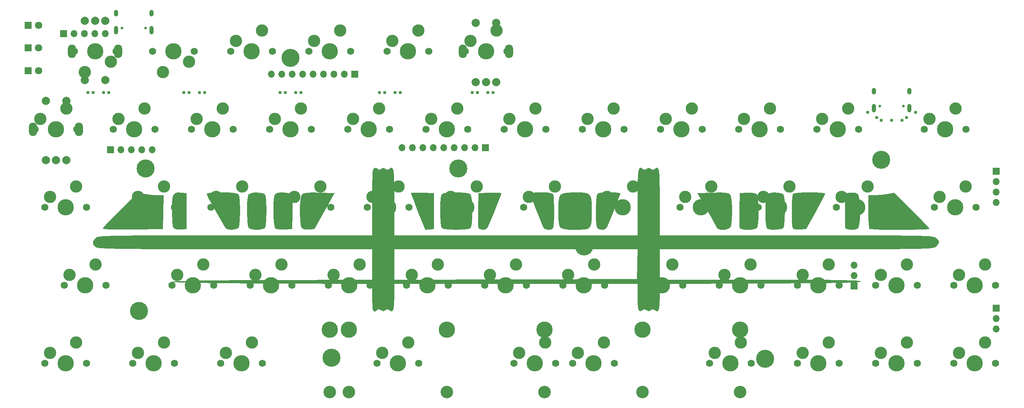
<source format=gts>
%TF.GenerationSoftware,KiCad,Pcbnew,(6.0.10)*%
%TF.CreationDate,2023-05-23T15:51:50-05:00*%
%TF.ProjectId,Monorail_Jet,4d6f6e6f-7261-4696-9c5f-4a65742e6b69,rev?*%
%TF.SameCoordinates,Original*%
%TF.FileFunction,Soldermask,Top*%
%TF.FilePolarity,Negative*%
%FSLAX46Y46*%
G04 Gerber Fmt 4.6, Leading zero omitted, Abs format (unit mm)*
G04 Created by KiCad (PCBNEW (6.0.10)) date 2023-05-23 15:51:50*
%MOMM*%
%LPD*%
G01*
G04 APERTURE LIST*
G04 Aperture macros list*
%AMRoundRect*
0 Rectangle with rounded corners*
0 $1 Rounding radius*
0 $2 $3 $4 $5 $6 $7 $8 $9 X,Y pos of 4 corners*
0 Add a 4 corners polygon primitive as box body*
4,1,4,$2,$3,$4,$5,$6,$7,$8,$9,$2,$3,0*
0 Add four circle primitives for the rounded corners*
1,1,$1+$1,$2,$3*
1,1,$1+$1,$4,$5*
1,1,$1+$1,$6,$7*
1,1,$1+$1,$8,$9*
0 Add four rect primitives between the rounded corners*
20,1,$1+$1,$2,$3,$4,$5,0*
20,1,$1+$1,$4,$5,$6,$7,0*
20,1,$1+$1,$6,$7,$8,$9,0*
20,1,$1+$1,$8,$9,$2,$3,0*%
G04 Aperture macros list end*
%ADD10C,3.000000*%
%ADD11C,3.048000*%
%ADD12C,3.987800*%
%ADD13C,1.750000*%
%ADD14C,0.787400*%
%ADD15R,1.700000X1.700000*%
%ADD16O,1.700000X1.700000*%
%ADD17R,1.800000X1.800000*%
%ADD18C,1.800000*%
%ADD19C,4.400000*%
%ADD20C,2.000000*%
%ADD21RoundRect,1.000000X0.000000X-0.650000X0.000000X0.650000X0.000000X0.650000X0.000000X-0.650000X0*%
%ADD22C,0.650000*%
%ADD23O,1.000000X2.100000*%
%ADD24O,1.000000X1.600000*%
%ADD25RoundRect,1.000000X0.000000X0.650000X0.000000X-0.650000X0.000000X-0.650000X0.000000X0.650000X0*%
G04 APERTURE END LIST*
%TO.C,G\u002A\u002A\u002A*%
G36*
X60163598Y-88766712D02*
G01*
X61383010Y-88934910D01*
X62808640Y-89039651D01*
X63362257Y-89054584D01*
X65150681Y-89069333D01*
X65055591Y-93218000D01*
X64960500Y-97366667D01*
X57594500Y-97457938D01*
X55443222Y-97473394D01*
X53539624Y-97465632D01*
X51980897Y-97436823D01*
X50864234Y-97389140D01*
X50286826Y-97324756D01*
X50228500Y-97293314D01*
X50456537Y-96982374D01*
X51089560Y-96276573D01*
X52050941Y-95257310D01*
X53264049Y-94005987D01*
X54490931Y-92765504D01*
X58753363Y-88493590D01*
X60163598Y-88766712D01*
G37*
G36*
X102963667Y-88464821D02*
G01*
X106753265Y-88561333D01*
X101859939Y-97366667D01*
X100449987Y-97469742D01*
X99466301Y-97466286D01*
X98913638Y-97221319D01*
X98679601Y-96899340D01*
X98492527Y-96193818D01*
X98373563Y-95031195D01*
X98321120Y-93599867D01*
X98333609Y-92088229D01*
X98409441Y-90684679D01*
X98547028Y-89577611D01*
X98744780Y-88955422D01*
X98746618Y-88952884D01*
X99020848Y-88695700D01*
X99475698Y-88533685D01*
X100238767Y-88452069D01*
X101437648Y-88436087D01*
X102963667Y-88464821D01*
G37*
G36*
X214891719Y-88438695D02*
G01*
X215781721Y-88615429D01*
X216107434Y-88798400D01*
X216319383Y-89381127D01*
X216454898Y-90616730D01*
X216511992Y-92484855D01*
X216513834Y-92964000D01*
X216473749Y-94964615D01*
X216354821Y-96337055D01*
X216159034Y-97060968D01*
X216107434Y-97129600D01*
X215551700Y-97351595D01*
X214592801Y-97480491D01*
X213500097Y-97503749D01*
X212542948Y-97408828D01*
X212195834Y-97311707D01*
X212007203Y-96914544D01*
X211870147Y-96004036D01*
X211784987Y-94742232D01*
X211752046Y-93291178D01*
X211771646Y-91812924D01*
X211844110Y-90469516D01*
X211969759Y-89423001D01*
X212148917Y-88835428D01*
X212178900Y-88798400D01*
X212804010Y-88530180D01*
X213803716Y-88410278D01*
X214891719Y-88438695D01*
G37*
G36*
X158621876Y-88420266D02*
G01*
X159489328Y-88521455D01*
X159945405Y-88720154D01*
X160089600Y-88927699D01*
X160175952Y-89478531D01*
X160244433Y-90535388D01*
X160286321Y-91927019D01*
X160295167Y-92964000D01*
X160276035Y-94484344D01*
X160224452Y-95784930D01*
X160149141Y-96694507D01*
X160089600Y-97000301D01*
X159619017Y-97419196D01*
X158848568Y-97530542D01*
X158078256Y-97341329D01*
X157644535Y-96943333D01*
X157344935Y-96279047D01*
X156904504Y-95206792D01*
X156381070Y-93878967D01*
X155832464Y-92447970D01*
X155316515Y-91066201D01*
X154891051Y-89886058D01*
X154613903Y-89059940D01*
X154537834Y-88756189D01*
X154863450Y-88558387D01*
X155794125Y-88433858D01*
X157210933Y-88392000D01*
X158621876Y-88420266D01*
G37*
G36*
X146882046Y-88473063D02*
G01*
X147387859Y-88548428D01*
X147425834Y-88582971D01*
X147308075Y-88961182D01*
X146984985Y-89847937D01*
X146501845Y-91122514D01*
X145903935Y-92664193D01*
X145705826Y-93168668D01*
X145015742Y-94904886D01*
X144508410Y-96107113D01*
X144122820Y-96873306D01*
X143797966Y-97301423D01*
X143472838Y-97489423D01*
X143086428Y-97535264D01*
X142985864Y-97536000D01*
X142217949Y-97401349D01*
X141815895Y-97092951D01*
X141757071Y-96595361D01*
X141723686Y-95571760D01*
X141718228Y-94173080D01*
X141741857Y-92605617D01*
X141837834Y-88561333D01*
X144631834Y-88462970D01*
X145910861Y-88442322D01*
X146882046Y-88473063D01*
G37*
G36*
X224002328Y-88415493D02*
G01*
X225243122Y-88479321D01*
X226064813Y-88573507D01*
X226335167Y-88678642D01*
X226179432Y-89063723D01*
X225751725Y-89924993D01*
X225111295Y-91147814D01*
X224317391Y-92617551D01*
X224015943Y-93165975D01*
X221696720Y-97366667D01*
X220163962Y-97468146D01*
X219128260Y-97468977D01*
X218583723Y-97265711D01*
X218419185Y-97017114D01*
X218322101Y-96417489D01*
X218255418Y-95327563D01*
X218219285Y-93933312D01*
X218213852Y-92420709D01*
X218239265Y-90975729D01*
X218295673Y-89784346D01*
X218383226Y-89032534D01*
X218412734Y-88927699D01*
X218609553Y-88690227D01*
X219059042Y-88533020D01*
X219875084Y-88441066D01*
X221171565Y-88399353D01*
X222476734Y-88392000D01*
X224002328Y-88415493D01*
G37*
G36*
X247472736Y-92765504D02*
G01*
X248845077Y-94154233D01*
X250033800Y-95382618D01*
X250962297Y-96369399D01*
X251553957Y-97033314D01*
X251735167Y-97286709D01*
X251416361Y-97362513D01*
X250539113Y-97424565D01*
X249222179Y-97472676D01*
X247584315Y-97506656D01*
X245744276Y-97526313D01*
X243820819Y-97531458D01*
X241932699Y-97521901D01*
X240198672Y-97497450D01*
X238737493Y-97457917D01*
X237667920Y-97403110D01*
X237108706Y-97332839D01*
X237059611Y-97310222D01*
X236971374Y-96901436D01*
X236899291Y-95957244D01*
X236850927Y-94619515D01*
X236833834Y-93076889D01*
X236833834Y-89069333D01*
X238611834Y-89054584D01*
X239981258Y-88989285D01*
X241345645Y-88842077D01*
X241800069Y-88766712D01*
X243210304Y-88493590D01*
X247472736Y-92765504D01*
G37*
G36*
X80678839Y-88416271D02*
G01*
X81924638Y-88497873D01*
X82869322Y-88625665D01*
X83350100Y-88798400D01*
X83562049Y-89381127D01*
X83697564Y-90616730D01*
X83754659Y-92484855D01*
X83756500Y-92964000D01*
X83716416Y-94964615D01*
X83597488Y-96337055D01*
X83401701Y-97060968D01*
X83350100Y-97129600D01*
X82761174Y-97398393D01*
X81839991Y-97532554D01*
X81671043Y-97536000D01*
X80855351Y-97469510D01*
X80304482Y-97162996D01*
X79784460Y-96455890D01*
X79573665Y-96096667D01*
X78103201Y-93509419D01*
X76970047Y-91469331D01*
X76178545Y-89984494D01*
X75733036Y-89062999D01*
X75628500Y-88742414D01*
X75938997Y-88575366D01*
X76762004Y-88460407D01*
X77934797Y-88396359D01*
X79294650Y-88382040D01*
X80678839Y-88416271D01*
G37*
G36*
X95006914Y-88444151D02*
G01*
X95897590Y-88639591D01*
X96256764Y-88863366D01*
X96450656Y-89486909D01*
X96553267Y-90778168D01*
X96564368Y-92733674D01*
X96552231Y-93350699D01*
X96456500Y-97366667D01*
X94591349Y-97465782D01*
X93292886Y-97447847D01*
X92458865Y-97250155D01*
X92305349Y-97144048D01*
X92110276Y-96612460D01*
X91972472Y-95582032D01*
X91892241Y-94228457D01*
X91869886Y-92727427D01*
X91905711Y-91254635D01*
X92000022Y-89985771D01*
X92153122Y-89096529D01*
X92290900Y-88798400D01*
X92926552Y-88519018D01*
X93924230Y-88402448D01*
X95006914Y-88444151D01*
G37*
G36*
X167024515Y-88416171D02*
G01*
X168153730Y-88560562D01*
X168861296Y-88932990D01*
X169245696Y-89641269D01*
X169405415Y-90793217D01*
X169438934Y-92496649D01*
X169439167Y-92841121D01*
X169425333Y-94703996D01*
X169325928Y-95994568D01*
X169054101Y-96817867D01*
X168522996Y-97278923D01*
X167645761Y-97482764D01*
X166335542Y-97534421D01*
X165556775Y-97536000D01*
X163916436Y-97506387D01*
X162823157Y-97405300D01*
X162148749Y-97214368D01*
X161843357Y-97003809D01*
X161587681Y-96589385D01*
X161424679Y-95878215D01*
X161337984Y-94746043D01*
X161311225Y-93068612D01*
X161311167Y-92964000D01*
X161331157Y-91129524D01*
X161454171Y-89865940D01*
X161774778Y-89066859D01*
X162387546Y-88625891D01*
X163387043Y-88436647D01*
X164867836Y-88392739D01*
X165375167Y-88392000D01*
X167024515Y-88416171D01*
G37*
G36*
X137194069Y-88395746D02*
G01*
X138476324Y-88469554D01*
X139453735Y-88613151D01*
X139907434Y-88798400D01*
X140097113Y-89324653D01*
X140230096Y-90350346D01*
X140306384Y-91699964D01*
X140325976Y-93197992D01*
X140288872Y-94668914D01*
X140195072Y-95937213D01*
X140044577Y-96827375D01*
X139907434Y-97129600D01*
X139329765Y-97347292D01*
X138158429Y-97485855D01*
X136473485Y-97535961D01*
X136419167Y-97536000D01*
X134720865Y-97488530D01*
X133533907Y-97352341D01*
X132938355Y-97136757D01*
X132930900Y-97129600D01*
X132741221Y-96603347D01*
X132608237Y-95577654D01*
X132531950Y-94228035D01*
X132512358Y-92730007D01*
X132549462Y-91259086D01*
X132643261Y-89990786D01*
X132793757Y-89100624D01*
X132930900Y-88798400D01*
X133475386Y-88593053D01*
X134497886Y-88457496D01*
X135802685Y-88391726D01*
X137194069Y-88395746D01*
G37*
G36*
X115929834Y-102277333D02*
G01*
X82646522Y-102277333D01*
X77107736Y-102276460D01*
X72206891Y-102273434D01*
X67904598Y-102267646D01*
X64161466Y-102258484D01*
X60938104Y-102245339D01*
X58195124Y-102227601D01*
X55893135Y-102204659D01*
X53992747Y-102175903D01*
X52454569Y-102140724D01*
X51239212Y-102098511D01*
X50307285Y-102048654D01*
X49619399Y-101990543D01*
X49136162Y-101923568D01*
X48818186Y-101847118D01*
X48626080Y-101760583D01*
X48610522Y-101750129D01*
X47967213Y-101059106D01*
X47984145Y-100311347D01*
X48535167Y-99568000D01*
X48657938Y-99456510D01*
X48816587Y-99357976D01*
X49051322Y-99271599D01*
X49402350Y-99196578D01*
X49909880Y-99132114D01*
X50614120Y-99077405D01*
X51555277Y-99031653D01*
X52773560Y-98994056D01*
X54309176Y-98963815D01*
X56202334Y-98940129D01*
X58493242Y-98922199D01*
X61222108Y-98909223D01*
X64429139Y-98900403D01*
X68154545Y-98894937D01*
X72438531Y-98892026D01*
X77321308Y-98890869D01*
X82571167Y-98890667D01*
X115929834Y-98890667D01*
X115929834Y-90752038D01*
X115934328Y-88168106D01*
X115951252Y-86182048D01*
X115985764Y-84714443D01*
X116043023Y-83685870D01*
X116128188Y-83016908D01*
X116246418Y-82628138D01*
X116402872Y-82440137D01*
X116472013Y-82405355D01*
X117075292Y-82448004D01*
X117292868Y-82648207D01*
X117612243Y-82928393D01*
X118076281Y-82680035D01*
X118105355Y-82656088D01*
X118655487Y-82386088D01*
X119147167Y-82634667D01*
X119697259Y-82882988D01*
X120148332Y-82646979D01*
X120506246Y-82406610D01*
X120785878Y-82392456D01*
X120996668Y-82668525D01*
X121148060Y-83298824D01*
X121249495Y-84347361D01*
X121310417Y-85878145D01*
X121340267Y-87955182D01*
X121348487Y-90642481D01*
X121348500Y-90782654D01*
X121348500Y-98890667D01*
X180615167Y-98890667D01*
X180615167Y-90782654D01*
X180622615Y-88065568D01*
X180651256Y-85961705D01*
X180710532Y-84407059D01*
X180809884Y-83337620D01*
X180958756Y-82689381D01*
X181166589Y-82398334D01*
X181442827Y-82400471D01*
X181796911Y-82631785D01*
X181815335Y-82646979D01*
X182356800Y-82881877D01*
X182816500Y-82634667D01*
X183358551Y-82383790D01*
X183832500Y-82634667D01*
X184382592Y-82882988D01*
X184833665Y-82646979D01*
X185191580Y-82406610D01*
X185471211Y-82392456D01*
X185682001Y-82668525D01*
X185833393Y-83298824D01*
X185934828Y-84347361D01*
X185995750Y-85878145D01*
X186025600Y-87955182D01*
X186033821Y-90642481D01*
X186033834Y-90782654D01*
X186033834Y-98890667D01*
X219392500Y-98890667D01*
X224883624Y-98890896D01*
X229737622Y-98892116D01*
X233994703Y-98895129D01*
X237695075Y-98900733D01*
X240878946Y-98909729D01*
X243586523Y-98922917D01*
X245858016Y-98941098D01*
X247733630Y-98965072D01*
X249253576Y-98995638D01*
X250458061Y-99033596D01*
X251387292Y-99079748D01*
X252081478Y-99134893D01*
X252580827Y-99199831D01*
X252925547Y-99275363D01*
X253155846Y-99362289D01*
X253311931Y-99461408D01*
X253428500Y-99568000D01*
X253925732Y-100174529D01*
X254105834Y-100584000D01*
X253887238Y-101051211D01*
X253428500Y-101600000D01*
X253305729Y-101711490D01*
X253147080Y-101810024D01*
X252912345Y-101896401D01*
X252561317Y-101971421D01*
X252053787Y-102035886D01*
X251349547Y-102090594D01*
X250408390Y-102136347D01*
X249190107Y-102173943D01*
X247654491Y-102204185D01*
X245761333Y-102227871D01*
X243470425Y-102245801D01*
X240741559Y-102258777D01*
X237534528Y-102267597D01*
X233809122Y-102273063D01*
X229525136Y-102275974D01*
X224642359Y-102277131D01*
X219392500Y-102277333D01*
X186033834Y-102277333D01*
X186033834Y-109728000D01*
X210615389Y-109728000D01*
X215452865Y-109730152D01*
X219651554Y-109737055D01*
X223249992Y-109749375D01*
X226286713Y-109767780D01*
X228800251Y-109792937D01*
X230829141Y-109825514D01*
X232411918Y-109866178D01*
X233587116Y-109915597D01*
X234393270Y-109974438D01*
X234868915Y-110043369D01*
X235052584Y-110123057D01*
X235055858Y-110151333D01*
X234893611Y-110235878D01*
X234441194Y-110310369D01*
X233660272Y-110375604D01*
X232512510Y-110432378D01*
X230959573Y-110481486D01*
X228963126Y-110523724D01*
X226484835Y-110559888D01*
X223486363Y-110590774D01*
X219929376Y-110617177D01*
X215775540Y-110639892D01*
X210986519Y-110659717D01*
X210474303Y-110661560D01*
X186033834Y-110748454D01*
X186033834Y-113943573D01*
X185992973Y-115678384D01*
X185856385Y-116796412D01*
X185603061Y-117354073D01*
X185211990Y-117407782D01*
X184833665Y-117166354D01*
X184292201Y-116931456D01*
X183832500Y-117178667D01*
X183290449Y-117429543D01*
X182816500Y-117178667D01*
X182266408Y-116930345D01*
X181815335Y-117166354D01*
X181312288Y-117440313D01*
X180962037Y-117251134D01*
X180743575Y-116542368D01*
X180635895Y-115257563D01*
X180615167Y-113941346D01*
X180615167Y-110744000D01*
X121348500Y-110744000D01*
X121348500Y-113941346D01*
X121307689Y-115676723D01*
X121171251Y-116795341D01*
X120918178Y-117353650D01*
X120527461Y-117408102D01*
X120148332Y-117166354D01*
X119606867Y-116931456D01*
X119147167Y-117178667D01*
X118609247Y-117427763D01*
X118116814Y-117166754D01*
X117573705Y-116912434D01*
X117202414Y-117125286D01*
X116625060Y-117498620D01*
X116155611Y-117291555D01*
X116057065Y-116874262D01*
X115980318Y-115942636D01*
X115936237Y-114659590D01*
X115929834Y-113907116D01*
X115929834Y-110748454D01*
X91461167Y-110661560D01*
X86205789Y-110638228D01*
X81567315Y-110607822D01*
X77553643Y-110570478D01*
X74172673Y-110526335D01*
X71432304Y-110475530D01*
X69340435Y-110418200D01*
X67904965Y-110354482D01*
X67133793Y-110284514D01*
X66992500Y-110236000D01*
X67329837Y-110162063D01*
X68336581Y-110094288D01*
X70004833Y-110032811D01*
X72326694Y-109977770D01*
X75294265Y-109929302D01*
X78899646Y-109887546D01*
X83134938Y-109852637D01*
X87992242Y-109824714D01*
X91461167Y-109810440D01*
X113628100Y-109731720D01*
X121348500Y-109731720D01*
X150897167Y-109645193D01*
X180445834Y-109558667D01*
X180638082Y-102277333D01*
X121348500Y-102277333D01*
X121348500Y-109731720D01*
X113628100Y-109731720D01*
X115929834Y-109723546D01*
X115929834Y-102277333D01*
G37*
G36*
X208490992Y-88470496D02*
G01*
X209359328Y-88630532D01*
X209598658Y-88753482D01*
X209814431Y-89264920D01*
X209971811Y-90277809D01*
X210069263Y-91618655D01*
X210105252Y-93113966D01*
X210078243Y-94590251D01*
X209986701Y-95874017D01*
X209829091Y-96791770D01*
X209672767Y-97129600D01*
X209098317Y-97383789D01*
X208164451Y-97515663D01*
X207107287Y-97527288D01*
X206162942Y-97420731D01*
X205567535Y-97198058D01*
X205485228Y-97092951D01*
X205426405Y-96595361D01*
X205393019Y-95571760D01*
X205387561Y-94173080D01*
X205411191Y-92605617D01*
X205507167Y-88561333D01*
X207312658Y-88458015D01*
X208490992Y-88470496D01*
G37*
G36*
X88569052Y-88438695D02*
G01*
X89459054Y-88615429D01*
X89784767Y-88798400D01*
X89996716Y-89381127D01*
X90132231Y-90616730D01*
X90189326Y-92484855D01*
X90191167Y-92964000D01*
X90151083Y-94964615D01*
X90032154Y-96337055D01*
X89836367Y-97060968D01*
X89784767Y-97129600D01*
X89218210Y-97375754D01*
X88266305Y-97520159D01*
X87820500Y-97536000D01*
X86793325Y-97452417D01*
X86029120Y-97241765D01*
X85856234Y-97129600D01*
X85644284Y-96546873D01*
X85508769Y-95311270D01*
X85451675Y-93443144D01*
X85449834Y-92964000D01*
X85489918Y-90963385D01*
X85608846Y-89590945D01*
X85804633Y-88867032D01*
X85856234Y-88798400D01*
X86481343Y-88530180D01*
X87481049Y-88410278D01*
X88569052Y-88438695D01*
G37*
G36*
X233646597Y-88483223D02*
G01*
X234275873Y-88830826D01*
X234364993Y-88940043D01*
X234569196Y-89556236D01*
X234712562Y-90645170D01*
X234794431Y-92029067D01*
X234814141Y-93530148D01*
X234771031Y-94970634D01*
X234664442Y-96172746D01*
X234493712Y-96958706D01*
X234395434Y-97129600D01*
X233791923Y-97413396D01*
X232903364Y-97526216D01*
X232001717Y-97471202D01*
X231358946Y-97251499D01*
X231223895Y-97092951D01*
X231165071Y-96595361D01*
X231131686Y-95571760D01*
X231126228Y-94173080D01*
X231149857Y-92605617D01*
X231245834Y-88561333D01*
X232586993Y-88451981D01*
X233646597Y-88483223D01*
G37*
G36*
X201835106Y-88457957D02*
G01*
X202555300Y-88548304D01*
X202982257Y-88720894D01*
X203217049Y-88952884D01*
X203413569Y-89566991D01*
X203551433Y-90667645D01*
X203628812Y-92066447D01*
X203643880Y-93575000D01*
X203594812Y-95004905D01*
X203479779Y-96167764D01*
X203296956Y-96875179D01*
X203293918Y-96880931D01*
X202743978Y-97309332D01*
X201848137Y-97530422D01*
X200894184Y-97523532D01*
X200169910Y-97267990D01*
X200023821Y-97115807D01*
X199764836Y-96677132D01*
X199246433Y-95768392D01*
X198537778Y-94511810D01*
X197708040Y-93029614D01*
X197484410Y-92628473D01*
X195218986Y-88561333D01*
X199004292Y-88464821D01*
X200693996Y-88435060D01*
X201835106Y-88457957D01*
G37*
G36*
X175020988Y-88420701D02*
G01*
X175978442Y-88497316D01*
X176464885Y-88607610D01*
X176494722Y-88657446D01*
X176335576Y-89054822D01*
X175978041Y-89959010D01*
X175470941Y-91246212D01*
X174863099Y-92792632D01*
X174691616Y-93229446D01*
X174011159Y-94949883D01*
X173513050Y-96137664D01*
X173134195Y-96891433D01*
X172811502Y-97309833D01*
X172481878Y-97491507D01*
X172082229Y-97535100D01*
X171937115Y-97536000D01*
X171113571Y-97406185D01*
X170717787Y-96931063D01*
X170668624Y-96774000D01*
X170564232Y-96009636D01*
X170498313Y-94779477D01*
X170470866Y-93293965D01*
X170481892Y-91763545D01*
X170531392Y-90398660D01*
X170619363Y-89409754D01*
X170668624Y-89154000D01*
X170814957Y-88782761D01*
X171105670Y-88556699D01*
X171684729Y-88440098D01*
X172696101Y-88397244D01*
X173740222Y-88392000D01*
X175020988Y-88420701D01*
G37*
G36*
X127747409Y-88449776D02*
G01*
X128206500Y-88462970D01*
X131000500Y-88561333D01*
X131000500Y-97366667D01*
X129933956Y-97470246D01*
X128867411Y-97573825D01*
X127139956Y-93187580D01*
X126514642Y-91584936D01*
X125990197Y-90212445D01*
X125611801Y-89190535D01*
X125424632Y-88639634D01*
X125412500Y-88582971D01*
X125724445Y-88493991D01*
X126555258Y-88447337D01*
X127747409Y-88449776D01*
G37*
G36*
X69424199Y-88454814D02*
G01*
X70717834Y-88561333D01*
X70717834Y-97366667D01*
X69361643Y-97466743D01*
X68368481Y-97431229D01*
X67665139Y-97209691D01*
X67583643Y-97145010D01*
X67364204Y-96585727D01*
X67225548Y-95412150D01*
X67165102Y-93598620D01*
X67161834Y-92937734D01*
X67185733Y-91078479D01*
X67290773Y-89796747D01*
X67526961Y-88993444D01*
X67944307Y-88569476D01*
X68592821Y-88425748D01*
X69424199Y-88454814D01*
G37*
%TD*%
D10*
%TO.C,MX46*%
X118427500Y-127635000D03*
D11*
X134175500Y-137160000D03*
D12*
X122237500Y-130175000D03*
X110299500Y-121920000D03*
D11*
X110299500Y-137160000D03*
D10*
X124777500Y-125095000D03*
D13*
X127317500Y-130175000D03*
D12*
X134175500Y-121920000D03*
D13*
X117157500Y-130175000D03*
%TD*%
%TO.C,MX50*%
X257651250Y-130175000D03*
D10*
X258921250Y-127635000D03*
D12*
X262731250Y-130175000D03*
D13*
X267811250Y-130175000D03*
D10*
X265271250Y-125095000D03*
%TD*%
%TO.C,MX51*%
X37465000Y-127635000D03*
X43815000Y-125095000D03*
D13*
X46355000Y-130175000D03*
D12*
X41275000Y-130175000D03*
D13*
X36195000Y-130175000D03*
%TD*%
%TO.C,MX52*%
X57626250Y-130175000D03*
X67786250Y-130175000D03*
D12*
X62706250Y-130175000D03*
D10*
X65246250Y-125095000D03*
X58896250Y-127635000D03*
%TD*%
D12*
%TO.C,MX47*%
X181800500Y-121920000D03*
X157924500Y-121920000D03*
D10*
X166052500Y-127635000D03*
X172402500Y-125095000D03*
D13*
X174942500Y-130175000D03*
D12*
X169862500Y-130175000D03*
D11*
X181800500Y-137160000D03*
D13*
X164782500Y-130175000D03*
D11*
X157924500Y-137160000D03*
%TD*%
D13*
%TO.C,MX7*%
X33813750Y-73025000D03*
D12*
X38893750Y-73025000D03*
D10*
X41433750Y-67945000D03*
D13*
X43973750Y-73025000D03*
D10*
X35083750Y-70485000D03*
%TD*%
%TO.C,MX8*%
X60483750Y-67945000D03*
D12*
X57943750Y-73025000D03*
D13*
X63023750Y-73025000D03*
D10*
X54133750Y-70485000D03*
D13*
X52863750Y-73025000D03*
%TD*%
D10*
%TO.C,MX9*%
X73183750Y-70485000D03*
D13*
X71913750Y-73025000D03*
D12*
X76993750Y-73025000D03*
D10*
X79533750Y-67945000D03*
D13*
X82073750Y-73025000D03*
%TD*%
%TO.C,MX10*%
X90963750Y-73025000D03*
D12*
X96043750Y-73025000D03*
D10*
X92233750Y-70485000D03*
D13*
X101123750Y-73025000D03*
D10*
X98583750Y-67945000D03*
%TD*%
%TO.C,MX11*%
X117633750Y-67945000D03*
D13*
X110013750Y-73025000D03*
D12*
X115093750Y-73025000D03*
D13*
X120173750Y-73025000D03*
D10*
X111283750Y-70485000D03*
%TD*%
D12*
%TO.C,MX12*%
X134143750Y-73025000D03*
D10*
X130333750Y-70485000D03*
D13*
X129063750Y-73025000D03*
D10*
X136683750Y-67945000D03*
D13*
X139223750Y-73025000D03*
%TD*%
%TO.C,MX13*%
X148113750Y-73025000D03*
D12*
X153193750Y-73025000D03*
D10*
X149383750Y-70485000D03*
D13*
X158273750Y-73025000D03*
D10*
X155733750Y-67945000D03*
%TD*%
D12*
%TO.C,MX14*%
X172243750Y-73025000D03*
D10*
X168433750Y-70485000D03*
X174783750Y-67945000D03*
D13*
X177323750Y-73025000D03*
X167163750Y-73025000D03*
%TD*%
D10*
%TO.C,MX15*%
X187483750Y-70485000D03*
X193833750Y-67945000D03*
D13*
X196373750Y-73025000D03*
X186213750Y-73025000D03*
D12*
X191293750Y-73025000D03*
%TD*%
%TO.C,MX16*%
X210343750Y-73025000D03*
D13*
X205263750Y-73025000D03*
D10*
X206533750Y-70485000D03*
D13*
X215423750Y-73025000D03*
D10*
X212883750Y-67945000D03*
%TD*%
%TO.C,MX17*%
X225583750Y-70485000D03*
X231933750Y-67945000D03*
D12*
X229393750Y-73025000D03*
D13*
X234473750Y-73025000D03*
X224313750Y-73025000D03*
%TD*%
D10*
%TO.C,MX18*%
X251777500Y-70485000D03*
X258127500Y-67945000D03*
D13*
X250507500Y-73025000D03*
X260667500Y-73025000D03*
D12*
X255587500Y-73025000D03*
%TD*%
D10*
%TO.C,MX19*%
X43815000Y-86995000D03*
D13*
X36195000Y-92075000D03*
D12*
X41275000Y-92075000D03*
D13*
X46355000Y-92075000D03*
D10*
X37465000Y-89535000D03*
%TD*%
D12*
%TO.C,MX20*%
X62706250Y-92075000D03*
D10*
X58896250Y-89535000D03*
D13*
X57626250Y-92075000D03*
X67786250Y-92075000D03*
D10*
X65246250Y-86995000D03*
%TD*%
D13*
%TO.C,MX21*%
X76676250Y-92075000D03*
D12*
X81756250Y-92075000D03*
D10*
X84296250Y-86995000D03*
X77946250Y-89535000D03*
D13*
X86836250Y-92075000D03*
%TD*%
%TO.C,MX22*%
X95726250Y-92075000D03*
D10*
X103346250Y-86995000D03*
D12*
X100806250Y-92075000D03*
D13*
X105886250Y-92075000D03*
D10*
X96996250Y-89535000D03*
%TD*%
D12*
%TO.C,MX23*%
X119856250Y-92075000D03*
D13*
X114776250Y-92075000D03*
X124936250Y-92075000D03*
D10*
X116046250Y-89535000D03*
X122396250Y-86995000D03*
%TD*%
%TO.C,MX24*%
X135096250Y-89535000D03*
X141446250Y-86995000D03*
D13*
X143986250Y-92075000D03*
D12*
X138906250Y-92075000D03*
D13*
X133826250Y-92075000D03*
%TD*%
%TO.C,MX25*%
X163036250Y-92075000D03*
X152876250Y-92075000D03*
D10*
X160496250Y-86995000D03*
D12*
X157956250Y-92075000D03*
D10*
X154146250Y-89535000D03*
%TD*%
%TO.C,MX26*%
X179546250Y-86995000D03*
D13*
X182086250Y-92075000D03*
D12*
X177006250Y-92075000D03*
D13*
X171926250Y-92075000D03*
D10*
X173196250Y-89535000D03*
%TD*%
D12*
%TO.C,MX27*%
X196056250Y-92075000D03*
D10*
X198596250Y-86995000D03*
D13*
X201136250Y-92075000D03*
D10*
X192246250Y-89535000D03*
D13*
X190976250Y-92075000D03*
%TD*%
D12*
%TO.C,MX28*%
X215106250Y-92075000D03*
D13*
X220186250Y-92075000D03*
D10*
X217646250Y-86995000D03*
D13*
X210026250Y-92075000D03*
D10*
X211296250Y-89535000D03*
%TD*%
%TO.C,MX29*%
X236696250Y-86995000D03*
D13*
X239236250Y-92075000D03*
X229076250Y-92075000D03*
D12*
X234156250Y-92075000D03*
D10*
X230346250Y-89535000D03*
%TD*%
D13*
%TO.C,MX30*%
X252888750Y-92075000D03*
D12*
X257968750Y-92075000D03*
D10*
X254158750Y-89535000D03*
D13*
X263048750Y-92075000D03*
D10*
X260508750Y-86995000D03*
%TD*%
D13*
%TO.C,MX31*%
X40957500Y-111125000D03*
D10*
X42227500Y-108585000D03*
D12*
X46037500Y-111125000D03*
D10*
X48577500Y-106045000D03*
D13*
X51117500Y-111125000D03*
%TD*%
D12*
%TO.C,MX32*%
X72231250Y-111125000D03*
D13*
X77311250Y-111125000D03*
D10*
X74771250Y-106045000D03*
X68421250Y-108585000D03*
D13*
X67151250Y-111125000D03*
%TD*%
%TO.C,MX33*%
X86201250Y-111125000D03*
D10*
X87471250Y-108585000D03*
D13*
X96361250Y-111125000D03*
D10*
X93821250Y-106045000D03*
D12*
X91281250Y-111125000D03*
%TD*%
D13*
%TO.C,MX34*%
X115411250Y-111125000D03*
D10*
X106521250Y-108585000D03*
D13*
X105251250Y-111125000D03*
D10*
X112871250Y-106045000D03*
D12*
X110331250Y-111125000D03*
%TD*%
D13*
%TO.C,MX35*%
X134461250Y-111125000D03*
X124301250Y-111125000D03*
D12*
X129381250Y-111125000D03*
D10*
X131921250Y-106045000D03*
X125571250Y-108585000D03*
%TD*%
D13*
%TO.C,MX36*%
X143351250Y-111125000D03*
D10*
X150971250Y-106045000D03*
X144621250Y-108585000D03*
D12*
X148431250Y-111125000D03*
D13*
X153511250Y-111125000D03*
%TD*%
D10*
%TO.C,MX37*%
X163671250Y-108585000D03*
D13*
X162401250Y-111125000D03*
D12*
X167481250Y-111125000D03*
D13*
X172561250Y-111125000D03*
D10*
X170021250Y-106045000D03*
%TD*%
D13*
%TO.C,MX38*%
X181451250Y-111125000D03*
X191611250Y-111125000D03*
D10*
X189071250Y-106045000D03*
X182721250Y-108585000D03*
D12*
X186531250Y-111125000D03*
%TD*%
D13*
%TO.C,MX39*%
X210661250Y-111125000D03*
D10*
X201771250Y-108585000D03*
X208121250Y-106045000D03*
D12*
X205581250Y-111125000D03*
D13*
X200501250Y-111125000D03*
%TD*%
D10*
%TO.C,MX40*%
X227171250Y-106045000D03*
D12*
X224631250Y-111125000D03*
D13*
X229711250Y-111125000D03*
X219551250Y-111125000D03*
D10*
X220821250Y-108585000D03*
%TD*%
D13*
%TO.C,MX41*%
X238601250Y-111125000D03*
D12*
X243681250Y-111125000D03*
D13*
X248761250Y-111125000D03*
D10*
X246221250Y-106045000D03*
X239871250Y-108585000D03*
%TD*%
D13*
%TO.C,MX42*%
X267811250Y-111125000D03*
D10*
X265271250Y-106045000D03*
X258921250Y-108585000D03*
D12*
X262731250Y-111125000D03*
D13*
X257651250Y-111125000D03*
%TD*%
%TO.C,MX2*%
X72548750Y-53975000D03*
D10*
X71278750Y-56515000D03*
D12*
X67468750Y-53975000D03*
D10*
X64928750Y-59055000D03*
D13*
X62388750Y-53975000D03*
%TD*%
D12*
%TO.C,MX3*%
X86518750Y-53975000D03*
D13*
X91598750Y-53975000D03*
X81438750Y-53975000D03*
D10*
X82708750Y-51435000D03*
X89058750Y-48895000D03*
%TD*%
%TO.C,MX4*%
X108108750Y-48895000D03*
D13*
X110648750Y-53975000D03*
X100488750Y-53975000D03*
D10*
X101758750Y-51435000D03*
D12*
X105568750Y-53975000D03*
%TD*%
D13*
%TO.C,MX5*%
X129698750Y-53975000D03*
X119538750Y-53975000D03*
D10*
X120808750Y-51435000D03*
D12*
X124618750Y-53975000D03*
D10*
X127158750Y-48895000D03*
%TD*%
D13*
%TO.C,MX6*%
X138588750Y-53975000D03*
D12*
X143668750Y-53975000D03*
D10*
X139858750Y-51435000D03*
X146208750Y-48895000D03*
D13*
X148748750Y-53975000D03*
%TD*%
D14*
%TO.C,REF\u002A\u002A*%
X50482500Y-64039750D03*
X51752500Y-64039750D03*
X47942500Y-64039750D03*
X46672500Y-64039750D03*
%TD*%
%TO.C,REF\u002A\u002A*%
X98583750Y-64039750D03*
X97313750Y-64039750D03*
X93503750Y-64039750D03*
X94773750Y-64039750D03*
%TD*%
D15*
%TO.C,J10*%
X143512500Y-77437500D03*
D16*
X140972500Y-77437500D03*
X138432500Y-77437500D03*
X135892500Y-77437500D03*
X133352500Y-77437500D03*
X130812500Y-77437500D03*
X128272500Y-77437500D03*
X125732500Y-77437500D03*
X123192500Y-77437500D03*
%TD*%
D14*
%TO.C,REF\u002A\u002A*%
X245030625Y-70786625D03*
X242490625Y-70786625D03*
X239950625Y-70786625D03*
%TD*%
D15*
%TO.C,J7*%
X111680625Y-59531250D03*
D16*
X109140625Y-59531250D03*
X106600625Y-59531250D03*
X104060625Y-59531250D03*
X101520625Y-59531250D03*
X98980625Y-59531250D03*
X96440625Y-59531250D03*
X93900625Y-59531250D03*
X91360625Y-59531250D03*
%TD*%
D15*
%TO.C,J9*%
X52175000Y-78000000D03*
D16*
X54715000Y-78000000D03*
X57255000Y-78000000D03*
X59795000Y-78000000D03*
X62335000Y-78000000D03*
%TD*%
D10*
%TO.C,MX53*%
X86677500Y-125095000D03*
D13*
X79057500Y-130175000D03*
D12*
X84137500Y-130175000D03*
D10*
X80327500Y-127635000D03*
D13*
X89217500Y-130175000D03*
%TD*%
D17*
%TO.C,D55*%
X32099250Y-58642000D03*
D18*
X34639250Y-58642000D03*
%TD*%
D14*
%TO.C,REF\u002A\u002A*%
X141605000Y-64039750D03*
X145415000Y-64039750D03*
X144145000Y-64039750D03*
X140335000Y-64039750D03*
%TD*%
D11*
%TO.C,MX58*%
X105575100Y-137160000D03*
D12*
X105575100Y-121920000D03*
D13*
X160655000Y-130175000D03*
X150495000Y-130175000D03*
D11*
X205574900Y-137160000D03*
D12*
X205574900Y-121920000D03*
D10*
X158115000Y-125095000D03*
X151765000Y-127635000D03*
D12*
X155575000Y-130175000D03*
%TD*%
D19*
%TO.C,*%
X96043750Y-55562500D03*
%TD*%
D20*
%TO.C,SW3*%
X141168750Y-61475000D03*
X146168750Y-61475000D03*
X143668750Y-61475000D03*
D21*
X138068750Y-53975000D03*
X149268750Y-53975000D03*
D20*
X146168750Y-46975000D03*
X141168750Y-46975000D03*
%TD*%
D14*
%TO.C,REF\u002A\u002A*%
X122793125Y-64039750D03*
X118983125Y-64039750D03*
X117713125Y-64039750D03*
X121523125Y-64039750D03*
%TD*%
D17*
%TO.C,D53*%
X32099250Y-47592000D03*
D18*
X34639250Y-47592000D03*
%TD*%
D10*
%TO.C,MX1*%
X52228750Y-56515000D03*
D13*
X43338750Y-53975000D03*
D12*
X48418750Y-53975000D03*
D13*
X53498750Y-53975000D03*
D10*
X45878750Y-59055000D03*
%TD*%
D19*
%TO.C,H1*%
X239953400Y-80424450D03*
X136903400Y-82550450D03*
X167553400Y-101600450D03*
X60703400Y-82550450D03*
X211703400Y-129059450D03*
X59103400Y-117324450D03*
X106053400Y-128774450D03*
%TD*%
D14*
%TO.C,REF\u002A\u002A*%
X246135466Y-70140262D03*
X248335170Y-68870262D03*
%TD*%
D10*
%TO.C,MX57*%
X246221250Y-125095000D03*
D12*
X243681250Y-130175000D03*
D13*
X248761250Y-130175000D03*
D10*
X239871250Y-127635000D03*
D13*
X238601250Y-130175000D03*
%TD*%
D14*
%TO.C,REF\u002A\u002A*%
X70088125Y-64039750D03*
X75168125Y-64039750D03*
X71358125Y-64039750D03*
X73898125Y-64039750D03*
%TD*%
D13*
%TO.C,MX55*%
X198120000Y-130175000D03*
D10*
X205740000Y-125095000D03*
D12*
X203200000Y-130175000D03*
D10*
X199390000Y-127635000D03*
D13*
X208280000Y-130175000D03*
%TD*%
D10*
%TO.C,MX49*%
X227171250Y-125095000D03*
D13*
X219551250Y-130175000D03*
D12*
X224631250Y-130175000D03*
D10*
X220821250Y-127635000D03*
D13*
X229711250Y-130175000D03*
%TD*%
D17*
%TO.C,D54*%
X32099250Y-53117000D03*
D18*
X34639250Y-53117000D03*
%TD*%
D14*
%TO.C,REF\u002A\u002A*%
X236655560Y-68861242D03*
X238855264Y-70131242D03*
%TD*%
D15*
%TO.C,J8*%
X40737500Y-49587500D03*
D16*
X43277500Y-49587500D03*
X45817500Y-49587500D03*
X48357500Y-49587500D03*
X50897500Y-49587500D03*
%TD*%
D22*
%TO.C,J1*%
X245380625Y-67290625D03*
X239600625Y-67290625D03*
D23*
X246810625Y-67820625D03*
D24*
X238170625Y-63640625D03*
D23*
X238170625Y-67820625D03*
D24*
X246810625Y-63640625D03*
%TD*%
D15*
%TO.C,SWD1*%
X233362500Y-111268750D03*
D16*
X233362500Y-108728750D03*
X233362500Y-106188750D03*
%TD*%
D15*
%TO.C,J6*%
X267962500Y-116712500D03*
D16*
X267962500Y-119252500D03*
X267962500Y-121792500D03*
%TD*%
D22*
%TO.C,J2*%
X60770250Y-48240625D03*
X54990250Y-48240625D03*
D24*
X53560250Y-44590625D03*
D23*
X62200250Y-48770625D03*
D24*
X62200250Y-44590625D03*
D23*
X53560250Y-48770625D03*
%TD*%
D15*
%TO.C,J4*%
X267962500Y-83237500D03*
D16*
X267962500Y-85777500D03*
X267962500Y-88317500D03*
X267962500Y-90857500D03*
%TD*%
D20*
%TO.C,SW2*%
X45918750Y-46475000D03*
X50918750Y-46475000D03*
X48418750Y-46475000D03*
D25*
X54018750Y-53975000D03*
X42818750Y-53975000D03*
D20*
X50918750Y-60975000D03*
X45918750Y-60975000D03*
%TD*%
%TO.C,SW1*%
X41393750Y-80525000D03*
X36393750Y-80525000D03*
X38893750Y-80525000D03*
D21*
X33293750Y-73025000D03*
X44493750Y-73025000D03*
D20*
X36393750Y-66025000D03*
X41393750Y-66025000D03*
%TD*%
M02*

</source>
